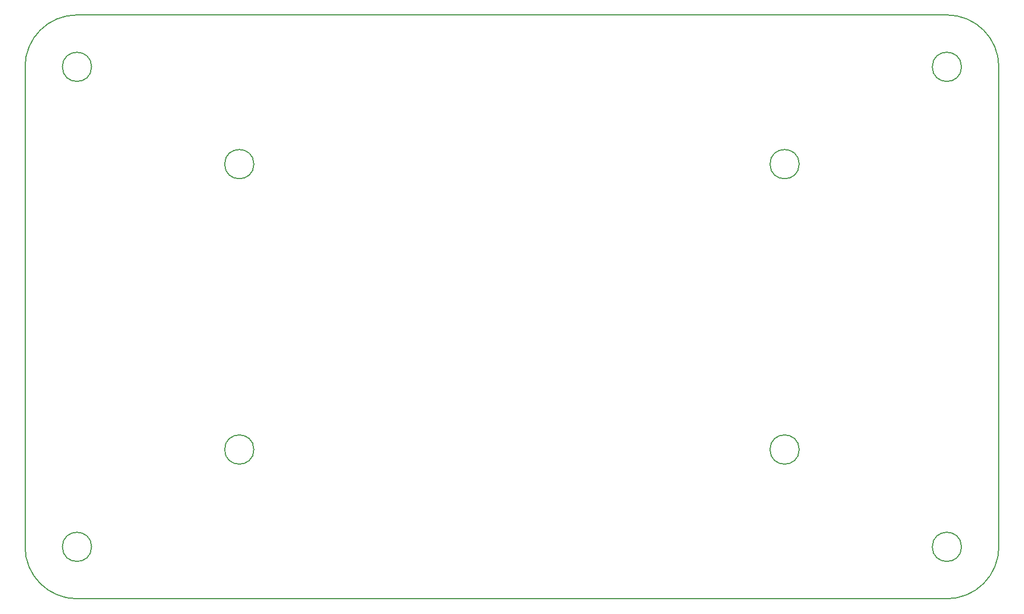
<source format=gbr>
%TF.GenerationSoftware,KiCad,Pcbnew,8.0.3*%
%TF.CreationDate,2025-07-14T16:27:36+02:00*%
%TF.ProjectId,distributionPCB,64697374-7269-4627-9574-696f6e504342,rev?*%
%TF.SameCoordinates,Original*%
%TF.FileFunction,Profile,NP*%
%FSLAX46Y46*%
G04 Gerber Fmt 4.6, Leading zero omitted, Abs format (unit mm)*
G04 Created by KiCad (PCBNEW 8.0.3) date 2025-07-14 16:27:36*
%MOMM*%
%LPD*%
G01*
G04 APERTURE LIST*
%TA.AperFunction,Profile*%
%ADD10C,0.200000*%
%TD*%
G04 APERTURE END LIST*
D10*
X111196000Y-113905000D02*
G75*
G02*
X106696000Y-113905000I-2250000J0D01*
G01*
X106696000Y-113905000D02*
G75*
G02*
X111196000Y-113905000I2250000J0D01*
G01*
X86196000Y-54905000D02*
G75*
G02*
X81696000Y-54905000I-2250000J0D01*
G01*
X81696000Y-54905000D02*
G75*
G02*
X86196000Y-54905000I2250000J0D01*
G01*
X195196000Y-69905000D02*
G75*
G02*
X190696000Y-69905000I-2250000J0D01*
G01*
X190696000Y-69905000D02*
G75*
G02*
X195196000Y-69905000I2250000J0D01*
G01*
X220196000Y-54905000D02*
G75*
G02*
X215696000Y-54905000I-2250000J0D01*
G01*
X215696000Y-54905000D02*
G75*
G02*
X220196000Y-54905000I2250000J0D01*
G01*
X83946000Y-136905000D02*
X217946000Y-136905000D01*
X83946000Y-136905000D02*
G75*
G02*
X75946000Y-128905000I0J8000000D01*
G01*
X225946000Y-128905000D02*
G75*
G02*
X217946000Y-136905000I-8000000J0D01*
G01*
X75946000Y-54905000D02*
G75*
G02*
X83946000Y-46905000I8000000J0D01*
G01*
X217946000Y-46905000D02*
G75*
G02*
X225946000Y-54905000I0J-8000000D01*
G01*
X225946000Y-128905000D02*
X225946000Y-54905000D01*
X86196000Y-128905000D02*
G75*
G02*
X81696000Y-128905000I-2250000J0D01*
G01*
X81696000Y-128905000D02*
G75*
G02*
X86196000Y-128905000I2250000J0D01*
G01*
X217946000Y-46905000D02*
X83946000Y-46905000D01*
X75946000Y-54905000D02*
X75946000Y-128905000D01*
X195196000Y-113905000D02*
G75*
G02*
X190696000Y-113905000I-2250000J0D01*
G01*
X190696000Y-113905000D02*
G75*
G02*
X195196000Y-113905000I2250000J0D01*
G01*
X220196000Y-128905000D02*
G75*
G02*
X215696000Y-128905000I-2250000J0D01*
G01*
X215696000Y-128905000D02*
G75*
G02*
X220196000Y-128905000I2250000J0D01*
G01*
X111196000Y-69905000D02*
G75*
G02*
X106696000Y-69905000I-2250000J0D01*
G01*
X106696000Y-69905000D02*
G75*
G02*
X111196000Y-69905000I2250000J0D01*
G01*
M02*

</source>
